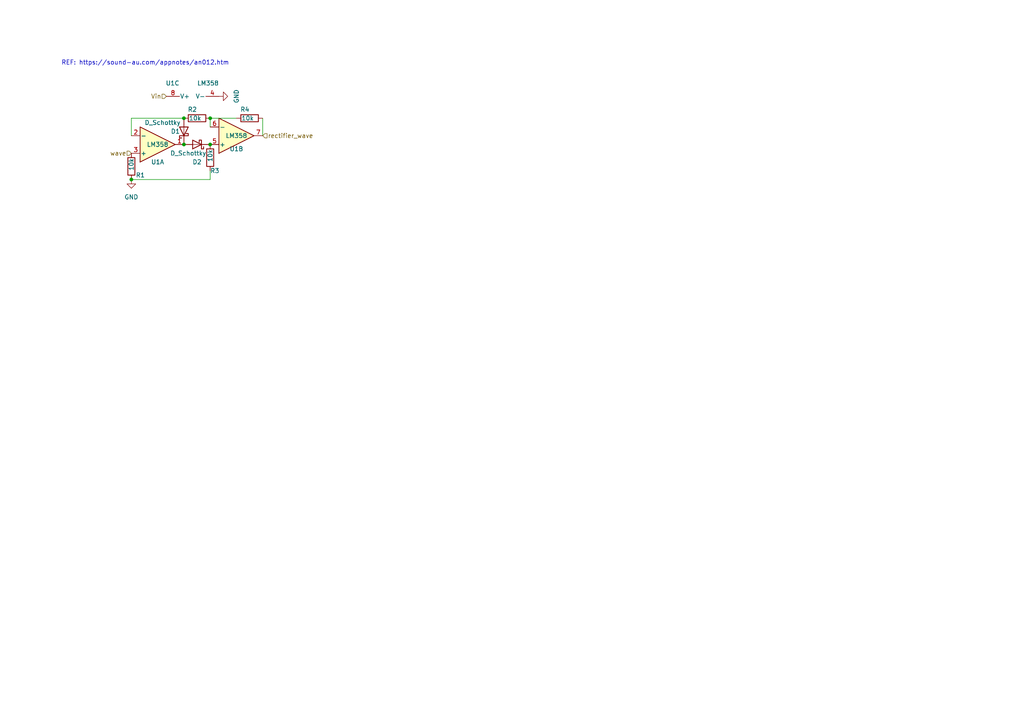
<source format=kicad_sch>
(kicad_sch (version 20230121) (generator eeschema)
  (paper "A4")
  (lib_symbols
    (symbol "Amplifier_Operational:LM358" (pin_names (offset 0.127))
      (property "Reference" "U" (at 0 5.08 0))
      (property "Value" "LM358" (at 0 -5.08 0))
      (symbol "LM358_1_1"
        (polyline (pts (xy -5.08 5.08) (xy 5.08 0) (xy -5.08 -5.08) (xy -5.08 5.08)) (stroke (width 0.254)) (fill (type background)))
        (pin output line (at 7.62 0 180) (length 2.54) (name "~") (number "1"))
        (pin input line (at -7.62 -2.54 0) (length 2.54) (name "-") (number "2"))
        (pin input line (at -7.62 2.54 0) (length 2.54) (name "+") (number "3"))
      )
      (symbol "LM358_2_1"
        (polyline (pts (xy -5.08 5.08) (xy 5.08 0) (xy -5.08 -5.08) (xy -5.08 5.08)) (stroke (width 0.254)) (fill (type background)))
        (pin input line (at -7.62 2.54 0) (length 2.54) (name "+") (number "5"))
        (pin input line (at -7.62 -2.54 0) (length 2.54) (name "-") (number "6"))
        (pin output line (at 7.62 0 180) (length 2.54) (name "~") (number "7"))
      )
      (symbol "LM358_3_1"
        (pin power_in line (at -2.54 -7.62 90) (length 3.81) (name "V-") (number "4"))
        (pin power_in line (at -2.54 7.62 270) (length 3.81) (name "V+") (number "8"))
      )
    )
    (symbol "Device:D_Schottky" (pin_numbers hide) (pin_names (offset 1.016) hide)
      (property "Reference" "D" (at 0 2.54 0))
      (property "Value" "D_Schottky" (at 0 -2.54 0))
      (symbol "D_Schottky_0_1"
        (polyline (pts (xy 1.27 0) (xy -1.27 0)))
        (polyline (pts (xy 1.27 1.27) (xy 1.27 -1.27) (xy -1.27 0) (xy 1.27 1.27)) (stroke (width 0.254)))
        (polyline (pts (xy -1.905 0.635) (xy -1.905 1.27) (xy -1.27 1.27) (xy -1.27 -1.27) (xy -0.635 -1.27) (xy -0.635 -0.635)) (stroke (width 0.254)))
      )
      (symbol "D_Schottky_1_1"
        (pin passive line (at -3.81 0 0) (length 2.54) (name "K") (number "1"))
        (pin passive line (at 3.81 0 180) (length 2.54) (name "A") (number "2"))
      )
    )
    (symbol "Device:R" (pin_numbers hide) (pin_names (offset 0))
      (property "Reference" "R" (at 2.032 0 90))
      (property "Value" "R" (at 0 0 90))
      (symbol "R_0_1"
        (rectangle (start -1.016 -2.54) (end 1.016 2.54) (stroke (width 0.254)))
      )
      (symbol "R_1_1"
        (pin passive line (at 0 3.81 270) (length 1.27) (name "~") (number "1"))
        (pin passive line (at 0 -3.81 90) (length 1.27) (name "~") (number "2"))
      )
    )
    (symbol "power:GND" (power) (pin_names (offset 0))
      (property "Value" "GND" (at 0 -3.81 0))
      (symbol "GND_0_1"
        (polyline (pts (xy 0 0) (xy 0 -1.27) (xy 1.27 -1.27) (xy 0 -2.54) (xy -1.27 -1.27) (xy 0 -1.27)))
      )
      (symbol "GND_1_1"
        (pin power_in line (at 0 0 270) (length 0) hide (name "GND") (number "1"))
      )
    )
  )
  (junction (at 53.34 41.91))
  (junction (at 60.96 41.91))
  (junction (at 53.34 34.29))
  (junction (at 38.1 52.07))
  (junction (at 60.96 34.29))
  (wire (pts (xy 38.1 39.37) (xy 38.1 34.29)))
  (wire (pts (xy 60.96 52.07) (xy 60.96 49.53)))
  (wire (pts (xy 76.2 34.29) (xy 76.2 39.37)))
  (wire (pts (xy 38.1 34.29) (xy 53.34 34.29)))
  (wire (pts (xy 60.96 34.29) (xy 60.96 36.83)))
  (wire (pts (xy 60.96 34.29) (xy 68.58 34.29)))
  (wire (pts (xy 38.1 52.07) (xy 60.96 52.07)))
  (text "REF: https://sound-au.com/appnotes/an012.htm\n" (at 17.78 19.05 0) (effects (font (size 1.27 1.27)) (justify left bottom)))
  (hierarchical_label "Vin" (shape input) (at 48.26 27.94 180))
  (hierarchical_label "wave" (shape input) (at 38.1 44.45 180))
  (hierarchical_label "rectifier_wave " (shape input) (at 76.2 39.37 0))
  (symbol (lib_id "Amplifier_Operational:LM358") (at 55.88 25.4 90) (unit 3)
    (property "Reference" "U1" (at 52.07 24.13 90) (effects (justify left)))
    (property "Value" "LM358" (at 63.5 24.13 90) (effects (justify left)))
    (property "Datasheet" "http://www.ti.com/lit/ds/symlink/lm2904-n.pdf" (effects hide))
  )
  (symbol (lib_id "Device:R") (at 72.39 34.29 90) (unit 1)
    (property "Reference" "R4" (at 72.39 31.75 90) (effects (justify left)))
    (property "Value" "10k" (at 73.66 34.29 90) (effects (justify left)))
  )
  (symbol (lib_id "Amplifier_Operational:LM358") (at 68.58 39.37 0) (mirror x) (unit 2)
    (property "Reference" "U1" (at 68.58 43.18 0))
    (property "Value" "LM358" (at 68.58 39.37 0))
    (property "Datasheet" "http://www.ti.com/lit/ds/symlink/lm2904-n.pdf" (effects hide))
  )
  (symbol (lib_id "Device:D_Schottky") (at 57.15 41.91 180) (unit 1)
    (property "Reference" "D2" (at 57.15 46.99 0))
    (property "Value" "D_Schottky" (at 54.61 44.45 0))
  )
  (symbol (lib_id "Device:R") (at 60.96 45.72 0) (unit 1)
    (property "Reference" "R3" (at 60.96 49.53 0) (effects (justify left)))
    (property "Value" "10k" (at 60.96 46.99 90) (effects (justify left)))
  )
  (symbol (lib_id "Device:D_Schottky") (at 53.34 38.1 90) (unit 1)
    (property "Reference" "D1" (at 49.53 38.1 90) (effects (justify right)))
    (property "Value" "D_Schottky" (at 41.91 35.56 90) (effects (justify right)))
  )
  (symbol (lib_id "Amplifier_Operational:LM358") (at 45.72 41.91 0) (mirror x) (unit 1)
    (property "Reference" "U1" (at 45.72 46.99 0))
    (property "Value" "LM358" (at 45.72 41.91 0))
    (property "Datasheet" "http://www.ti.com/lit/ds/symlink/lm2904-n.pdf" (effects hide))
  )
  (symbol (lib_id "Device:R") (at 57.15 34.29 90) (unit 1)
    (property "Reference" "R2" (at 57.15 31.75 90) (effects (justify left)))
    (property "Value" "10k" (at 58.42 34.29 90) (effects (justify left)))
  )
  (symbol (lib_id "power:GND") (at 63.5 27.94 90) (unit 1)
    (property "Reference" "#PWR01" (effects hide))
    (property "Value" "GND" (at 68.58 27.94 0))
  )
  (symbol (lib_id "Device:R") (at 38.1 48.26 0) (unit 1)
    (property "Reference" "R1" (at 39.37 50.8 0) (effects (justify left)))
    (property "Value" "10k" (at 38.1 49.53 90) (effects (justify left)))
  )
  (symbol (lib_id "power:GND") (at 38.1 52.07 0) (unit 1)
    (property "Reference" "#PWR02" (effects hide))
    (property "Value" "GND" (at 38.1 57.15 0))
  )
)
</source>
